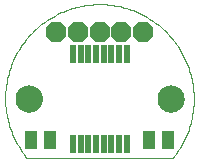
<source format=gts>
G75*
%MOIN*%
%OFA0B0*%
%FSLAX25Y25*%
%IPPOS*%
%LPD*%
%AMOC8*
5,1,8,0,0,1.08239X$1,22.5*
%
%ADD10C,0.00000*%
%ADD11C,0.00300*%
%ADD12C,0.09061*%
%ADD13OC8,0.06700*%
%ADD14R,0.04000X0.06100*%
%ADD15R,0.02211X0.06030*%
D10*
X0008237Y0001406D02*
X0057056Y0001406D01*
X0051937Y0021091D02*
X0051939Y0021222D01*
X0051945Y0021354D01*
X0051955Y0021485D01*
X0051969Y0021616D01*
X0051987Y0021746D01*
X0052009Y0021875D01*
X0052034Y0022004D01*
X0052064Y0022132D01*
X0052098Y0022259D01*
X0052135Y0022386D01*
X0052176Y0022510D01*
X0052221Y0022634D01*
X0052270Y0022756D01*
X0052322Y0022877D01*
X0052378Y0022995D01*
X0052438Y0023113D01*
X0052501Y0023228D01*
X0052568Y0023341D01*
X0052638Y0023453D01*
X0052711Y0023562D01*
X0052787Y0023668D01*
X0052867Y0023773D01*
X0052950Y0023875D01*
X0053036Y0023974D01*
X0053125Y0024071D01*
X0053217Y0024165D01*
X0053312Y0024256D01*
X0053409Y0024345D01*
X0053509Y0024430D01*
X0053612Y0024512D01*
X0053717Y0024591D01*
X0053824Y0024667D01*
X0053934Y0024739D01*
X0054046Y0024808D01*
X0054160Y0024874D01*
X0054275Y0024936D01*
X0054393Y0024995D01*
X0054512Y0025050D01*
X0054633Y0025102D01*
X0054756Y0025149D01*
X0054880Y0025193D01*
X0055005Y0025234D01*
X0055131Y0025270D01*
X0055259Y0025303D01*
X0055387Y0025331D01*
X0055516Y0025356D01*
X0055646Y0025377D01*
X0055776Y0025394D01*
X0055907Y0025407D01*
X0056038Y0025416D01*
X0056169Y0025421D01*
X0056301Y0025422D01*
X0056432Y0025419D01*
X0056564Y0025412D01*
X0056695Y0025401D01*
X0056825Y0025386D01*
X0056955Y0025367D01*
X0057085Y0025344D01*
X0057213Y0025318D01*
X0057341Y0025287D01*
X0057468Y0025252D01*
X0057594Y0025214D01*
X0057718Y0025172D01*
X0057842Y0025126D01*
X0057963Y0025076D01*
X0058083Y0025023D01*
X0058202Y0024966D01*
X0058319Y0024906D01*
X0058433Y0024842D01*
X0058546Y0024774D01*
X0058657Y0024703D01*
X0058766Y0024629D01*
X0058872Y0024552D01*
X0058976Y0024471D01*
X0059077Y0024388D01*
X0059176Y0024301D01*
X0059272Y0024211D01*
X0059365Y0024118D01*
X0059456Y0024023D01*
X0059543Y0023925D01*
X0059628Y0023824D01*
X0059709Y0023721D01*
X0059787Y0023615D01*
X0059862Y0023507D01*
X0059934Y0023397D01*
X0060002Y0023285D01*
X0060067Y0023171D01*
X0060128Y0023054D01*
X0060186Y0022936D01*
X0060240Y0022816D01*
X0060291Y0022695D01*
X0060338Y0022572D01*
X0060381Y0022448D01*
X0060420Y0022323D01*
X0060456Y0022196D01*
X0060487Y0022068D01*
X0060515Y0021940D01*
X0060539Y0021811D01*
X0060559Y0021681D01*
X0060575Y0021550D01*
X0060587Y0021419D01*
X0060595Y0021288D01*
X0060599Y0021157D01*
X0060599Y0021025D01*
X0060595Y0020894D01*
X0060587Y0020763D01*
X0060575Y0020632D01*
X0060559Y0020501D01*
X0060539Y0020371D01*
X0060515Y0020242D01*
X0060487Y0020114D01*
X0060456Y0019986D01*
X0060420Y0019859D01*
X0060381Y0019734D01*
X0060338Y0019610D01*
X0060291Y0019487D01*
X0060240Y0019366D01*
X0060186Y0019246D01*
X0060128Y0019128D01*
X0060067Y0019011D01*
X0060002Y0018897D01*
X0059934Y0018785D01*
X0059862Y0018675D01*
X0059787Y0018567D01*
X0059709Y0018461D01*
X0059628Y0018358D01*
X0059543Y0018257D01*
X0059456Y0018159D01*
X0059365Y0018064D01*
X0059272Y0017971D01*
X0059176Y0017881D01*
X0059077Y0017794D01*
X0058976Y0017711D01*
X0058872Y0017630D01*
X0058766Y0017553D01*
X0058657Y0017479D01*
X0058546Y0017408D01*
X0058434Y0017340D01*
X0058319Y0017276D01*
X0058202Y0017216D01*
X0058083Y0017159D01*
X0057963Y0017106D01*
X0057842Y0017056D01*
X0057718Y0017010D01*
X0057594Y0016968D01*
X0057468Y0016930D01*
X0057341Y0016895D01*
X0057213Y0016864D01*
X0057085Y0016838D01*
X0056955Y0016815D01*
X0056825Y0016796D01*
X0056695Y0016781D01*
X0056564Y0016770D01*
X0056432Y0016763D01*
X0056301Y0016760D01*
X0056169Y0016761D01*
X0056038Y0016766D01*
X0055907Y0016775D01*
X0055776Y0016788D01*
X0055646Y0016805D01*
X0055516Y0016826D01*
X0055387Y0016851D01*
X0055259Y0016879D01*
X0055131Y0016912D01*
X0055005Y0016948D01*
X0054880Y0016989D01*
X0054756Y0017033D01*
X0054633Y0017080D01*
X0054512Y0017132D01*
X0054393Y0017187D01*
X0054275Y0017246D01*
X0054160Y0017308D01*
X0054046Y0017374D01*
X0053934Y0017443D01*
X0053824Y0017515D01*
X0053717Y0017591D01*
X0053612Y0017670D01*
X0053509Y0017752D01*
X0053409Y0017837D01*
X0053312Y0017926D01*
X0053217Y0018017D01*
X0053125Y0018111D01*
X0053036Y0018208D01*
X0052950Y0018307D01*
X0052867Y0018409D01*
X0052787Y0018514D01*
X0052711Y0018620D01*
X0052638Y0018729D01*
X0052568Y0018841D01*
X0052501Y0018954D01*
X0052438Y0019069D01*
X0052378Y0019187D01*
X0052322Y0019305D01*
X0052270Y0019426D01*
X0052221Y0019548D01*
X0052176Y0019672D01*
X0052135Y0019796D01*
X0052098Y0019923D01*
X0052064Y0020050D01*
X0052034Y0020178D01*
X0052009Y0020307D01*
X0051987Y0020436D01*
X0051969Y0020566D01*
X0051955Y0020697D01*
X0051945Y0020828D01*
X0051939Y0020960D01*
X0051937Y0021091D01*
X0004693Y0021091D02*
X0004695Y0021222D01*
X0004701Y0021354D01*
X0004711Y0021485D01*
X0004725Y0021616D01*
X0004743Y0021746D01*
X0004765Y0021875D01*
X0004790Y0022004D01*
X0004820Y0022132D01*
X0004854Y0022259D01*
X0004891Y0022386D01*
X0004932Y0022510D01*
X0004977Y0022634D01*
X0005026Y0022756D01*
X0005078Y0022877D01*
X0005134Y0022995D01*
X0005194Y0023113D01*
X0005257Y0023228D01*
X0005324Y0023341D01*
X0005394Y0023453D01*
X0005467Y0023562D01*
X0005543Y0023668D01*
X0005623Y0023773D01*
X0005706Y0023875D01*
X0005792Y0023974D01*
X0005881Y0024071D01*
X0005973Y0024165D01*
X0006068Y0024256D01*
X0006165Y0024345D01*
X0006265Y0024430D01*
X0006368Y0024512D01*
X0006473Y0024591D01*
X0006580Y0024667D01*
X0006690Y0024739D01*
X0006802Y0024808D01*
X0006916Y0024874D01*
X0007031Y0024936D01*
X0007149Y0024995D01*
X0007268Y0025050D01*
X0007389Y0025102D01*
X0007512Y0025149D01*
X0007636Y0025193D01*
X0007761Y0025234D01*
X0007887Y0025270D01*
X0008015Y0025303D01*
X0008143Y0025331D01*
X0008272Y0025356D01*
X0008402Y0025377D01*
X0008532Y0025394D01*
X0008663Y0025407D01*
X0008794Y0025416D01*
X0008925Y0025421D01*
X0009057Y0025422D01*
X0009188Y0025419D01*
X0009320Y0025412D01*
X0009451Y0025401D01*
X0009581Y0025386D01*
X0009711Y0025367D01*
X0009841Y0025344D01*
X0009969Y0025318D01*
X0010097Y0025287D01*
X0010224Y0025252D01*
X0010350Y0025214D01*
X0010474Y0025172D01*
X0010598Y0025126D01*
X0010719Y0025076D01*
X0010839Y0025023D01*
X0010958Y0024966D01*
X0011075Y0024906D01*
X0011189Y0024842D01*
X0011302Y0024774D01*
X0011413Y0024703D01*
X0011522Y0024629D01*
X0011628Y0024552D01*
X0011732Y0024471D01*
X0011833Y0024388D01*
X0011932Y0024301D01*
X0012028Y0024211D01*
X0012121Y0024118D01*
X0012212Y0024023D01*
X0012299Y0023925D01*
X0012384Y0023824D01*
X0012465Y0023721D01*
X0012543Y0023615D01*
X0012618Y0023507D01*
X0012690Y0023397D01*
X0012758Y0023285D01*
X0012823Y0023171D01*
X0012884Y0023054D01*
X0012942Y0022936D01*
X0012996Y0022816D01*
X0013047Y0022695D01*
X0013094Y0022572D01*
X0013137Y0022448D01*
X0013176Y0022323D01*
X0013212Y0022196D01*
X0013243Y0022068D01*
X0013271Y0021940D01*
X0013295Y0021811D01*
X0013315Y0021681D01*
X0013331Y0021550D01*
X0013343Y0021419D01*
X0013351Y0021288D01*
X0013355Y0021157D01*
X0013355Y0021025D01*
X0013351Y0020894D01*
X0013343Y0020763D01*
X0013331Y0020632D01*
X0013315Y0020501D01*
X0013295Y0020371D01*
X0013271Y0020242D01*
X0013243Y0020114D01*
X0013212Y0019986D01*
X0013176Y0019859D01*
X0013137Y0019734D01*
X0013094Y0019610D01*
X0013047Y0019487D01*
X0012996Y0019366D01*
X0012942Y0019246D01*
X0012884Y0019128D01*
X0012823Y0019011D01*
X0012758Y0018897D01*
X0012690Y0018785D01*
X0012618Y0018675D01*
X0012543Y0018567D01*
X0012465Y0018461D01*
X0012384Y0018358D01*
X0012299Y0018257D01*
X0012212Y0018159D01*
X0012121Y0018064D01*
X0012028Y0017971D01*
X0011932Y0017881D01*
X0011833Y0017794D01*
X0011732Y0017711D01*
X0011628Y0017630D01*
X0011522Y0017553D01*
X0011413Y0017479D01*
X0011302Y0017408D01*
X0011190Y0017340D01*
X0011075Y0017276D01*
X0010958Y0017216D01*
X0010839Y0017159D01*
X0010719Y0017106D01*
X0010598Y0017056D01*
X0010474Y0017010D01*
X0010350Y0016968D01*
X0010224Y0016930D01*
X0010097Y0016895D01*
X0009969Y0016864D01*
X0009841Y0016838D01*
X0009711Y0016815D01*
X0009581Y0016796D01*
X0009451Y0016781D01*
X0009320Y0016770D01*
X0009188Y0016763D01*
X0009057Y0016760D01*
X0008925Y0016761D01*
X0008794Y0016766D01*
X0008663Y0016775D01*
X0008532Y0016788D01*
X0008402Y0016805D01*
X0008272Y0016826D01*
X0008143Y0016851D01*
X0008015Y0016879D01*
X0007887Y0016912D01*
X0007761Y0016948D01*
X0007636Y0016989D01*
X0007512Y0017033D01*
X0007389Y0017080D01*
X0007268Y0017132D01*
X0007149Y0017187D01*
X0007031Y0017246D01*
X0006916Y0017308D01*
X0006802Y0017374D01*
X0006690Y0017443D01*
X0006580Y0017515D01*
X0006473Y0017591D01*
X0006368Y0017670D01*
X0006265Y0017752D01*
X0006165Y0017837D01*
X0006068Y0017926D01*
X0005973Y0018017D01*
X0005881Y0018111D01*
X0005792Y0018208D01*
X0005706Y0018307D01*
X0005623Y0018409D01*
X0005543Y0018514D01*
X0005467Y0018620D01*
X0005394Y0018729D01*
X0005324Y0018841D01*
X0005257Y0018954D01*
X0005194Y0019069D01*
X0005134Y0019187D01*
X0005078Y0019305D01*
X0005026Y0019426D01*
X0004977Y0019548D01*
X0004932Y0019672D01*
X0004891Y0019796D01*
X0004854Y0019923D01*
X0004820Y0020050D01*
X0004790Y0020178D01*
X0004765Y0020307D01*
X0004743Y0020436D01*
X0004725Y0020566D01*
X0004711Y0020697D01*
X0004701Y0020828D01*
X0004695Y0020960D01*
X0004693Y0021091D01*
D11*
X0001150Y0021092D02*
X0001159Y0021861D01*
X0001187Y0022630D01*
X0001233Y0023398D01*
X0001298Y0024165D01*
X0001382Y0024930D01*
X0001485Y0025693D01*
X0001606Y0026453D01*
X0001746Y0027210D01*
X0001905Y0027963D01*
X0002082Y0028712D01*
X0002277Y0029456D01*
X0002490Y0030196D01*
X0002722Y0030930D01*
X0002971Y0031658D01*
X0003238Y0032380D01*
X0003522Y0033095D01*
X0003824Y0033802D01*
X0004144Y0034503D01*
X0004480Y0035195D01*
X0004833Y0035879D01*
X0005203Y0036554D01*
X0005589Y0037219D01*
X0005992Y0037875D01*
X0006410Y0038521D01*
X0006844Y0039157D01*
X0007293Y0039781D01*
X0007758Y0040395D01*
X0008238Y0040997D01*
X0008732Y0041587D01*
X0009240Y0042165D01*
X0009762Y0042730D01*
X0010299Y0043282D01*
X0010848Y0043821D01*
X0011410Y0044346D01*
X0011986Y0044857D01*
X0012573Y0045354D01*
X0013173Y0045837D01*
X0013784Y0046305D01*
X0014406Y0046757D01*
X0015040Y0047195D01*
X0015683Y0047616D01*
X0016337Y0048022D01*
X0017001Y0048412D01*
X0017674Y0048785D01*
X0018356Y0049141D01*
X0019047Y0049481D01*
X0019745Y0049804D01*
X0020451Y0050110D01*
X0021165Y0050398D01*
X0021885Y0050668D01*
X0022612Y0050921D01*
X0023345Y0051156D01*
X0024083Y0051374D01*
X0024827Y0051572D01*
X0025575Y0051753D01*
X0026327Y0051915D01*
X0027083Y0052059D01*
X0027843Y0052184D01*
X0028605Y0052291D01*
X0029369Y0052379D01*
X0030136Y0052448D01*
X0030904Y0052498D01*
X0031673Y0052530D01*
X0032442Y0052543D01*
X0033212Y0052537D01*
X0033981Y0052512D01*
X0034749Y0052468D01*
X0035516Y0052405D01*
X0036282Y0052324D01*
X0037045Y0052224D01*
X0037805Y0052105D01*
X0038562Y0051968D01*
X0039316Y0051812D01*
X0040066Y0051638D01*
X0040811Y0051445D01*
X0041551Y0051235D01*
X0042286Y0051006D01*
X0043015Y0050759D01*
X0043737Y0050495D01*
X0044453Y0050213D01*
X0045162Y0049913D01*
X0045864Y0049596D01*
X0046557Y0049262D01*
X0047242Y0048912D01*
X0047918Y0048544D01*
X0048585Y0048160D01*
X0049243Y0047760D01*
X0049890Y0047344D01*
X0050527Y0046912D01*
X0051153Y0046465D01*
X0051769Y0046003D01*
X0052372Y0045525D01*
X0052964Y0045033D01*
X0053544Y0044527D01*
X0054110Y0044006D01*
X0054665Y0043472D01*
X0055205Y0042925D01*
X0055733Y0042364D01*
X0056246Y0041791D01*
X0056745Y0041205D01*
X0057230Y0040607D01*
X0057700Y0039998D01*
X0058154Y0039377D01*
X0058594Y0038745D01*
X0059018Y0038103D01*
X0059426Y0037450D01*
X0059818Y0036788D01*
X0060193Y0036116D01*
X0060552Y0035435D01*
X0060894Y0034746D01*
X0061220Y0034049D01*
X0061528Y0033343D01*
X0061819Y0032631D01*
X0062092Y0031911D01*
X0062347Y0031185D01*
X0062585Y0030453D01*
X0062804Y0029716D01*
X0063006Y0028973D01*
X0063189Y0028226D01*
X0063354Y0027474D01*
X0063501Y0026718D01*
X0063629Y0025959D01*
X0063738Y0025198D01*
X0063828Y0024433D01*
X0063900Y0023667D01*
X0063953Y0022899D01*
X0063988Y0022131D01*
X0064003Y0021361D01*
X0064000Y0020592D01*
X0063977Y0019822D01*
X0063936Y0019054D01*
X0063876Y0018287D01*
X0063798Y0017521D01*
X0063700Y0016758D01*
X0063584Y0015997D01*
X0063450Y0015239D01*
X0063296Y0014485D01*
X0063125Y0013735D01*
X0062935Y0012989D01*
X0062727Y0012248D01*
X0062501Y0011512D01*
X0062257Y0010782D01*
X0061995Y0010059D01*
X0061715Y0009342D01*
X0061418Y0008632D01*
X0061104Y0007929D01*
X0060772Y0007235D01*
X0060424Y0006549D01*
X0060059Y0005871D01*
X0059677Y0005203D01*
X0059279Y0004544D01*
X0058866Y0003895D01*
X0058436Y0003256D01*
X0057991Y0002629D01*
X0057531Y0002012D01*
X0057055Y0001407D01*
X0008236Y0001406D02*
X0007762Y0002002D01*
X0007302Y0002609D01*
X0006856Y0003227D01*
X0006426Y0003856D01*
X0006011Y0004495D01*
X0005612Y0005143D01*
X0005229Y0005802D01*
X0004862Y0006469D01*
X0004511Y0007145D01*
X0004176Y0007829D01*
X0003858Y0008522D01*
X0003557Y0009221D01*
X0003273Y0009928D01*
X0003007Y0010642D01*
X0002757Y0011362D01*
X0002526Y0012087D01*
X0002312Y0012818D01*
X0002115Y0013554D01*
X0001937Y0014295D01*
X0001776Y0015039D01*
X0001634Y0015788D01*
X0001510Y0016539D01*
X0001404Y0017293D01*
X0001316Y0018050D01*
X0001247Y0018809D01*
X0001196Y0019569D01*
X0001164Y0020330D01*
X0001150Y0021091D01*
D12*
X0009024Y0021091D03*
X0056268Y0021091D03*
D13*
X0047056Y0043375D03*
X0039851Y0043335D03*
X0032685Y0043335D03*
X0025363Y0043375D03*
X0018040Y0043335D03*
D14*
X0016200Y0007430D03*
X0009800Y0007430D03*
X0048934Y0007233D03*
X0055334Y0007233D03*
D15*
X0041622Y0006052D03*
X0039063Y0006052D03*
X0036504Y0006052D03*
X0033945Y0006052D03*
X0031386Y0006052D03*
X0028827Y0006052D03*
X0026268Y0006052D03*
X0023709Y0006052D03*
X0023709Y0035934D03*
X0026268Y0035934D03*
X0028827Y0035934D03*
X0031386Y0035934D03*
X0033945Y0035934D03*
X0036504Y0035934D03*
X0039063Y0035934D03*
X0041622Y0035934D03*
M02*

</source>
